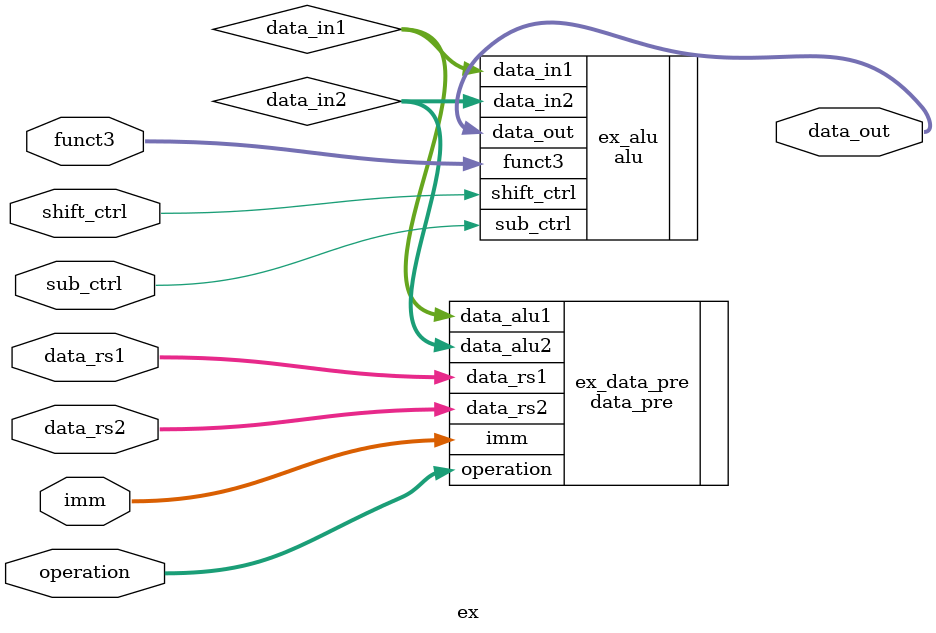
<source format=v>

module ex(
	
	input	[6:0]		operation	,
	input 	[31:0]		data_rs1	,
	input 	[31:0]		data_rs2	,

	input	[11:0]		imm			,

	input	[2:0]		funct3		,
	input				shift_ctrl	,
	input				sub_ctrl	,

	output  [31:0]		data_out
);

	wire [31:0] data_in1;
	wire [31:0] data_in2;

	alu ex_alu(

		.data_in1	(data_in1),
		.data_in2	(data_in2),

		.funct3		(funct3),
		.shift_ctrl	(shift_ctrl),
		.sub_ctrl	(sub_ctrl),

		.data_out(data_out)
	);
	
	data_pre ex_data_pre(

		.operation	(operation),
		.data_rs1	(data_rs1),
		.data_rs2	(data_rs2),

		.imm		(imm),

		.data_alu1	(data_in1),
		.data_alu2	(data_in2),

	);
endmodule
</source>
